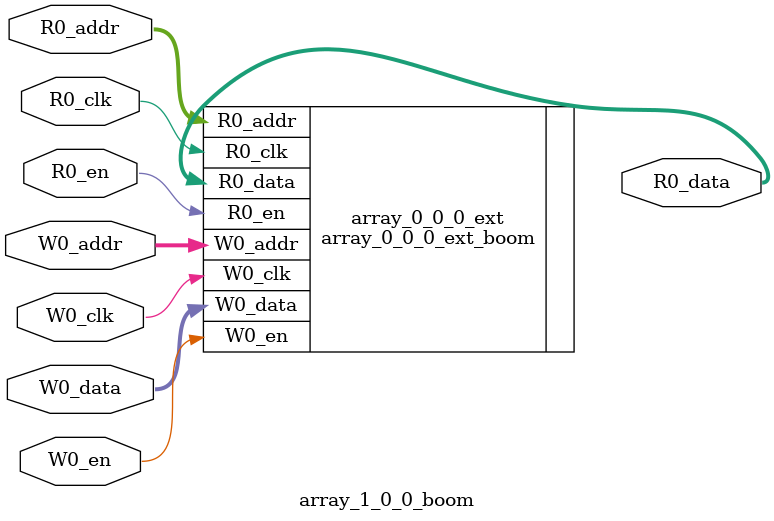
<source format=sv>
`ifndef RANDOMIZE
  `ifdef RANDOMIZE_REG_INIT
    `define RANDOMIZE
  `endif // RANDOMIZE_REG_INIT
`endif // not def RANDOMIZE
`ifndef RANDOMIZE
  `ifdef RANDOMIZE_MEM_INIT
    `define RANDOMIZE
  `endif // RANDOMIZE_MEM_INIT
`endif // not def RANDOMIZE

`ifndef RANDOM
  `define RANDOM $random
`endif // not def RANDOM

// Users can define 'PRINTF_COND' to add an extra gate to prints.
`ifndef PRINTF_COND_
  `ifdef PRINTF_COND
    `define PRINTF_COND_ (`PRINTF_COND)
  `else  // PRINTF_COND
    `define PRINTF_COND_ 1
  `endif // PRINTF_COND
`endif // not def PRINTF_COND_

// Users can define 'ASSERT_VERBOSE_COND' to add an extra gate to assert error printing.
`ifndef ASSERT_VERBOSE_COND_
  `ifdef ASSERT_VERBOSE_COND
    `define ASSERT_VERBOSE_COND_ (`ASSERT_VERBOSE_COND)
  `else  // ASSERT_VERBOSE_COND
    `define ASSERT_VERBOSE_COND_ 1
  `endif // ASSERT_VERBOSE_COND
`endif // not def ASSERT_VERBOSE_COND_

// Users can define 'STOP_COND' to add an extra gate to stop conditions.
`ifndef STOP_COND_
  `ifdef STOP_COND
    `define STOP_COND_ (`STOP_COND)
  `else  // STOP_COND
    `define STOP_COND_ 1
  `endif // STOP_COND
`endif // not def STOP_COND_

// Users can define INIT_RANDOM as general code that gets injected into the
// initializer block for modules with registers.
`ifndef INIT_RANDOM
  `define INIT_RANDOM
`endif // not def INIT_RANDOM

// If using random initialization, you can also define RANDOMIZE_DELAY to
// customize the delay used, otherwise 0.002 is used.
`ifndef RANDOMIZE_DELAY
  `define RANDOMIZE_DELAY 0.002
`endif // not def RANDOMIZE_DELAY

// Define INIT_RANDOM_PROLOG_ for use in our modules below.
`ifndef INIT_RANDOM_PROLOG_
  `ifdef RANDOMIZE
    `ifdef VERILATOR
      `define INIT_RANDOM_PROLOG_ `INIT_RANDOM
    `else  // VERILATOR
      `define INIT_RANDOM_PROLOG_ `INIT_RANDOM #`RANDOMIZE_DELAY begin end
    `endif // VERILATOR
  `else  // RANDOMIZE
    `define INIT_RANDOM_PROLOG_
  `endif // RANDOMIZE
`endif // not def INIT_RANDOM_PROLOG_

module array_1_0_0_boom(	// @[DescribedSRAM.scala:17:26]
  input  [8:0]  R0_addr,
  input         R0_en,
                R0_clk,
  input  [8:0]  W0_addr,
  input         W0_en,
                W0_clk,
  input  [63:0] W0_data,
  output [63:0] R0_data
);

  array_0_0_0_ext_boom array_0_0_0_ext (	// @[DescribedSRAM.scala:17:26]
    .R0_addr (R0_addr),
    .R0_en   (R0_en),
    .R0_clk  (R0_clk),
    .W0_addr (W0_addr),
    .W0_en   (W0_en),
    .W0_clk  (W0_clk),
    .W0_data (W0_data),
    .R0_data (R0_data)
  );
endmodule


</source>
